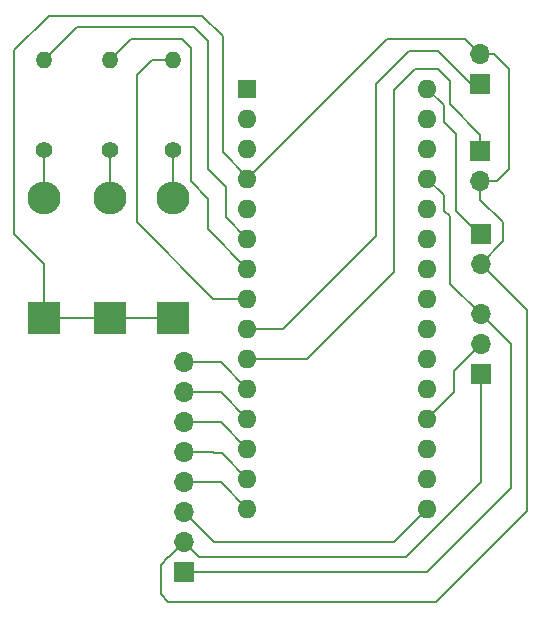
<source format=gtl>
G04 #@! TF.GenerationSoftware,KiCad,Pcbnew,8.0.5*
G04 #@! TF.CreationDate,2024-09-21T22:11:10+02:00*
G04 #@! TF.ProjectId,Pipboy2,50697062-6f79-4322-9e6b-696361645f70,rev?*
G04 #@! TF.SameCoordinates,Original*
G04 #@! TF.FileFunction,Copper,L1,Top*
G04 #@! TF.FilePolarity,Positive*
%FSLAX46Y46*%
G04 Gerber Fmt 4.6, Leading zero omitted, Abs format (unit mm)*
G04 Created by KiCad (PCBNEW 8.0.5) date 2024-09-21 22:11:10*
%MOMM*%
%LPD*%
G01*
G04 APERTURE LIST*
G04 #@! TA.AperFunction,ComponentPad*
%ADD10R,2.800000X2.800000*%
G04 #@! TD*
G04 #@! TA.AperFunction,ComponentPad*
%ADD11O,2.800000X2.800000*%
G04 #@! TD*
G04 #@! TA.AperFunction,ComponentPad*
%ADD12R,1.700000X1.700000*%
G04 #@! TD*
G04 #@! TA.AperFunction,ComponentPad*
%ADD13O,1.700000X1.700000*%
G04 #@! TD*
G04 #@! TA.AperFunction,ComponentPad*
%ADD14C,1.400000*%
G04 #@! TD*
G04 #@! TA.AperFunction,ComponentPad*
%ADD15O,1.400000X1.400000*%
G04 #@! TD*
G04 #@! TA.AperFunction,ComponentPad*
%ADD16R,1.600000X1.600000*%
G04 #@! TD*
G04 #@! TA.AperFunction,ComponentPad*
%ADD17O,1.600000X1.600000*%
G04 #@! TD*
G04 #@! TA.AperFunction,Conductor*
%ADD18C,0.200000*%
G04 #@! TD*
G04 APERTURE END LIST*
D10*
X116666000Y-98080000D03*
D11*
X116666000Y-87920000D03*
D12*
X148000000Y-78275000D03*
D13*
X148000000Y-75735000D03*
D10*
X122000000Y-98080000D03*
D11*
X122000000Y-87920000D03*
D12*
X148082000Y-102870000D03*
D13*
X148082000Y-100330000D03*
X148082000Y-97790000D03*
D14*
X122000000Y-83856000D03*
D15*
X122000000Y-76236000D03*
D16*
X128341000Y-78666000D03*
D17*
X128341000Y-81206000D03*
X128341000Y-83746000D03*
X128341000Y-86286000D03*
X128341000Y-88826000D03*
X128341000Y-91366000D03*
X128341000Y-93906000D03*
X128341000Y-96446000D03*
X128341000Y-98986000D03*
X128341000Y-101526000D03*
X128341000Y-104066000D03*
X128341000Y-106606000D03*
X128341000Y-109146000D03*
X128341000Y-111686000D03*
X128341000Y-114226000D03*
X143581000Y-114226000D03*
X143581000Y-111686000D03*
X143581000Y-109146000D03*
X143581000Y-106606000D03*
X143581000Y-104066000D03*
X143581000Y-101526000D03*
X143581000Y-98986000D03*
X143581000Y-96446000D03*
X143581000Y-93906000D03*
X143581000Y-91366000D03*
X143581000Y-88826000D03*
X143581000Y-86286000D03*
X143581000Y-83746000D03*
X143581000Y-81206000D03*
X143581000Y-78666000D03*
D14*
X116666000Y-83856000D03*
D15*
X116666000Y-76236000D03*
D12*
X122936000Y-119634000D03*
D13*
X122936000Y-117094000D03*
X122936000Y-114554000D03*
X122936000Y-112014000D03*
X122936000Y-109474000D03*
X122936000Y-106934000D03*
X122936000Y-104394000D03*
X122936000Y-101854000D03*
D12*
X148087651Y-90960000D03*
D13*
X148087651Y-93500000D03*
D10*
X111078000Y-98080000D03*
D11*
X111078000Y-87920000D03*
D12*
X148069781Y-83993993D03*
D13*
X148069781Y-86533993D03*
D14*
X111078000Y-83856000D03*
D15*
X111078000Y-76236000D03*
D18*
X142040000Y-75460000D02*
X144460000Y-75460000D01*
X139192000Y-91186000D02*
X139192000Y-78308000D01*
X131392000Y-98986000D02*
X139192000Y-91186000D01*
X128341000Y-98986000D02*
X131392000Y-98986000D01*
X144460000Y-75460000D02*
X147275000Y-78275000D01*
X147275000Y-78275000D02*
X148000000Y-78275000D01*
X139192000Y-78308000D02*
X142040000Y-75460000D01*
X126129000Y-106934000D02*
X122936000Y-106934000D01*
X128341000Y-109146000D02*
X126129000Y-106934000D01*
X122950000Y-112000000D02*
X122936000Y-112014000D01*
X126115000Y-112000000D02*
X122950000Y-112000000D01*
X128341000Y-114226000D02*
X126115000Y-112000000D01*
X122936000Y-119634000D02*
X143510000Y-119634000D01*
X143510000Y-119634000D02*
X150622000Y-112522000D01*
X150622000Y-100330000D02*
X148082000Y-97790000D01*
X145500000Y-89500000D02*
X145000000Y-89000000D01*
X145000000Y-87705000D02*
X143581000Y-86286000D01*
X145000000Y-89000000D02*
X145000000Y-87705000D01*
X148082000Y-97790000D02*
X145500000Y-95208000D01*
X150622000Y-112522000D02*
X150622000Y-100330000D01*
X145500000Y-95208000D02*
X145500000Y-89500000D01*
X128341000Y-93906000D02*
X125000000Y-90565000D01*
X125000000Y-88000000D02*
X123524000Y-86524000D01*
X125000000Y-90565000D02*
X125000000Y-88000000D01*
X123524000Y-86524000D02*
X123524000Y-75220000D01*
X123524000Y-75220000D02*
X122762000Y-74458000D01*
X122762000Y-74458000D02*
X118444000Y-74458000D01*
X118444000Y-74458000D02*
X116666000Y-76236000D01*
X127942000Y-93906000D02*
X128341000Y-93906000D01*
X126500000Y-89525000D02*
X126500000Y-87000000D01*
X128341000Y-91366000D02*
X126500000Y-89525000D01*
X125000000Y-85500000D02*
X125000000Y-74664000D01*
X125000000Y-74664000D02*
X123778000Y-73442000D01*
X126500000Y-87000000D02*
X125000000Y-85500000D01*
X123778000Y-73442000D02*
X113872000Y-73442000D01*
X113872000Y-73442000D02*
X111078000Y-76236000D01*
X126129000Y-104394000D02*
X122936000Y-104394000D01*
X128341000Y-106606000D02*
X126129000Y-104394000D01*
X128341000Y-106609000D02*
X128341000Y-106606000D01*
X128341000Y-104066000D02*
X126129000Y-101854000D01*
X126129000Y-101854000D02*
X122936000Y-101854000D01*
X145000000Y-80085000D02*
X143581000Y-78666000D01*
X146000000Y-89000000D02*
X146000000Y-82500000D01*
X148087651Y-90960000D02*
X147960000Y-90960000D01*
X147960000Y-90960000D02*
X146000000Y-89000000D01*
X146000000Y-82500000D02*
X145000000Y-81500000D01*
X145000000Y-81500000D02*
X145000000Y-80085000D01*
X122000000Y-76236000D02*
X120264000Y-76236000D01*
X119000000Y-90000000D02*
X125446000Y-96446000D01*
X125446000Y-96446000D02*
X128341000Y-96446000D01*
X120264000Y-76236000D02*
X119000000Y-77500000D01*
X119000000Y-77500000D02*
X119000000Y-90000000D01*
X125500000Y-109500000D02*
X125474000Y-109474000D01*
X128341000Y-111686000D02*
X126155000Y-109500000D01*
X126155000Y-109500000D02*
X125500000Y-109500000D01*
X125474000Y-109474000D02*
X122936000Y-109474000D01*
X108584000Y-75416000D02*
X108584000Y-91000000D01*
X148000000Y-75735000D02*
X149235000Y-75735000D01*
X152000000Y-97412349D02*
X152000000Y-114446000D01*
X126238000Y-74238000D02*
X124500000Y-72500000D01*
X148000000Y-75735000D02*
X146765000Y-74500000D01*
X140127000Y-74500000D02*
X140063500Y-74563500D01*
X150500000Y-85500000D02*
X149466007Y-86533993D01*
X146765000Y-74500000D02*
X140127000Y-74500000D01*
X108584000Y-91000000D02*
X111078000Y-93494000D01*
X121636000Y-118364000D02*
X121666000Y-118364000D01*
X121000000Y-119000000D02*
X121636000Y-118364000D01*
X150500000Y-77000000D02*
X150500000Y-85500000D01*
X122936000Y-117094000D02*
X124206000Y-118364000D01*
X121650000Y-122150000D02*
X121000000Y-121500000D01*
X111078000Y-98080000D02*
X116666000Y-98080000D01*
X126238000Y-84074000D02*
X126238000Y-77500000D01*
X121666000Y-118364000D02*
X122936000Y-117094000D01*
X150000000Y-91587651D02*
X148087651Y-93500000D01*
X121000000Y-121500000D02*
X121000000Y-119000000D01*
X148069781Y-88069781D02*
X150000000Y-90000000D01*
X128341000Y-86286000D02*
X128341000Y-86177000D01*
X148082000Y-102870000D02*
X148082000Y-112014000D01*
X122000000Y-98080000D02*
X116666000Y-98080000D01*
X124206000Y-118364000D02*
X141732000Y-118364000D01*
X149235000Y-75735000D02*
X150500000Y-77000000D01*
X149466007Y-86533993D02*
X148069781Y-86533993D01*
X126238000Y-77500000D02*
X126238000Y-74238000D01*
X128341000Y-86177000D02*
X126238000Y-84074000D01*
X111078000Y-93494000D02*
X111078000Y-98080000D01*
X148069781Y-86533993D02*
X148069781Y-88069781D01*
X128341000Y-86286000D02*
X140063500Y-74563500D01*
X126238000Y-77500000D02*
X126238000Y-76962000D01*
X152000000Y-114446000D02*
X144296000Y-122150000D01*
X150000000Y-90000000D02*
X150000000Y-91587651D01*
X148087651Y-93500000D02*
X152000000Y-97412349D01*
X111500000Y-72500000D02*
X108584000Y-75416000D01*
X124500000Y-72500000D02*
X111500000Y-72500000D01*
X144296000Y-122150000D02*
X121650000Y-122150000D01*
X148082000Y-112014000D02*
X141732000Y-118364000D01*
X148069781Y-82569781D02*
X145500000Y-80000000D01*
X140716000Y-78784000D02*
X140716000Y-94234000D01*
X144500000Y-77000000D02*
X142500000Y-77000000D01*
X145500000Y-80000000D02*
X145500000Y-78000000D01*
X142500000Y-77000000D02*
X140716000Y-78784000D01*
X140716000Y-94234000D02*
X133424000Y-101526000D01*
X148069781Y-83993993D02*
X148069781Y-82569781D01*
X133424000Y-101526000D02*
X128341000Y-101526000D01*
X145500000Y-78000000D02*
X144500000Y-77000000D01*
X125476000Y-117094000D02*
X140713000Y-117094000D01*
X122936000Y-114554000D02*
X125476000Y-117094000D01*
X140713000Y-117094000D02*
X143581000Y-114226000D01*
X111078000Y-83856000D02*
X111078000Y-87920000D01*
X116666000Y-83856000D02*
X116666000Y-87920000D01*
X122000000Y-87920000D02*
X122000000Y-83856000D01*
X148082000Y-100330000D02*
X145796000Y-102616000D01*
X148082000Y-100870000D02*
X148082000Y-100330000D01*
X145796000Y-104391000D02*
X143581000Y-106606000D01*
X145796000Y-102616000D02*
X145796000Y-104391000D01*
M02*

</source>
